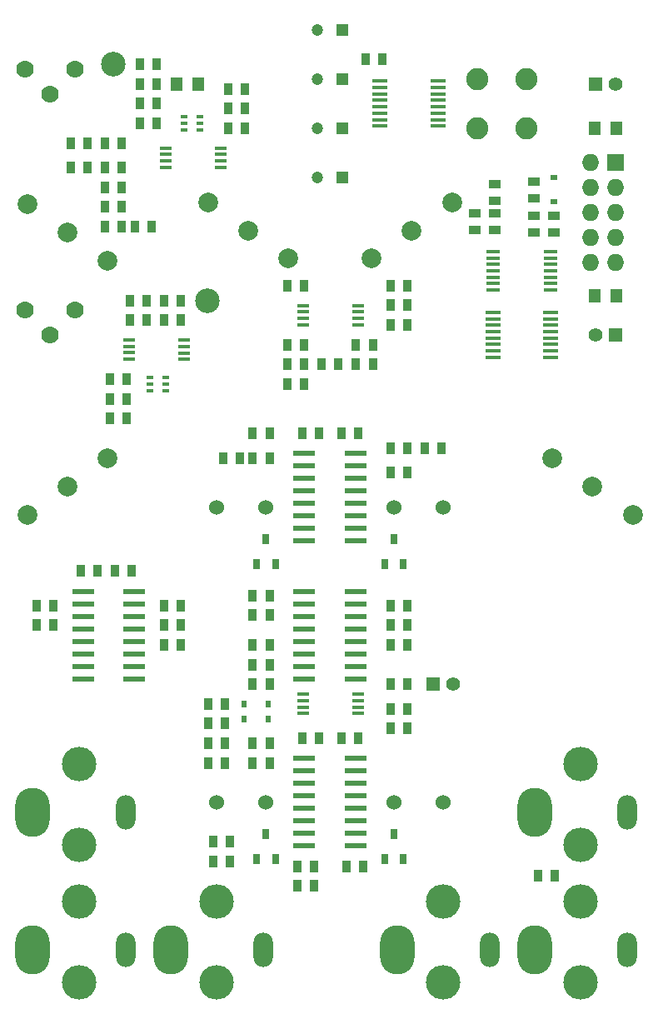
<source format=gbs>
%FSLAX46Y46*%
G04 Gerber Fmt 4.6, Leading zero omitted, Abs format (unit mm)*
G04 Created by KiCad (PCBNEW (2014-09-02 BZR 5112)-product) date 2015-08-10 10:26:44 PM*
%MOMM*%
G01*
G04 APERTURE LIST*
%ADD10C,0.100000*%
%ADD11R,0.812800X1.143000*%
%ADD12R,1.400000X1.400000*%
%ADD13C,1.400000*%
%ADD14R,1.143000X0.812800*%
%ADD15R,1.727200X1.727200*%
%ADD16O,1.727200X1.727200*%
%ADD17R,0.701040X1.000760*%
%ADD18C,2.250000*%
%ADD19C,2.500000*%
%ADD20R,1.500000X0.450000*%
%ADD21R,1.450000X0.450000*%
%ADD22C,1.778000*%
%ADD23C,1.998980*%
%ADD24C,1.524000*%
%ADD25R,0.797560X0.398780*%
%ADD26R,1.300480X0.299720*%
%ADD27R,2.199640X0.599440*%
%ADD28R,1.143000X1.397000*%
%ADD29O,3.500000X5.000000*%
%ADD30O,2.000000X3.500000*%
%ADD31O,3.500000X3.500000*%
%ADD32R,1.200000X1.200000*%
%ADD33C,1.200000*%
%ADD34R,0.609600X0.762000*%
%ADD35R,0.762000X0.609600*%
G04 APERTURE END LIST*
D10*
D11*
X41850900Y-47000000D03*
X40149100Y-47000000D03*
X22149100Y-50500000D03*
X23850900Y-50500000D03*
X52350900Y-41000000D03*
X50649100Y-41000000D03*
X47149100Y-45000000D03*
X48850900Y-45000000D03*
X35850900Y-21000000D03*
X34149100Y-21000000D03*
X32149100Y-83500000D03*
X33850900Y-83500000D03*
X38350900Y-79500000D03*
X36649100Y-79500000D03*
D12*
X55000000Y-79500000D03*
D13*
X57000000Y-79500000D03*
D11*
X52350900Y-84000000D03*
X50649100Y-84000000D03*
D14*
X59250000Y-31649100D03*
X59250000Y-33350900D03*
X67250000Y-31899100D03*
X67250000Y-33600900D03*
D12*
X73500000Y-44000000D03*
D13*
X71500000Y-44000000D03*
D12*
X71500000Y-18500000D03*
D13*
X73500000Y-18500000D03*
D15*
X73500000Y-26500000D03*
D16*
X70960000Y-26500000D03*
X73500000Y-29040000D03*
X70960000Y-29040000D03*
X73500000Y-31580000D03*
X70960000Y-31580000D03*
X73500000Y-34120000D03*
X70960000Y-34120000D03*
X73500000Y-36660000D03*
X70960000Y-36660000D03*
D17*
X51000000Y-64730000D03*
X50047500Y-67270000D03*
X51952500Y-67270000D03*
X38000000Y-64730000D03*
X37047500Y-67270000D03*
X38952500Y-67270000D03*
X38000000Y-94730000D03*
X37047500Y-97270000D03*
X38952500Y-97270000D03*
X51000000Y-94730000D03*
X50047500Y-97270000D03*
X51952500Y-97270000D03*
D11*
X24649100Y-33000000D03*
X26350900Y-33000000D03*
X21649100Y-31000000D03*
X23350900Y-31000000D03*
X21649100Y-29000000D03*
X23350900Y-29000000D03*
X21649100Y-27000000D03*
X23350900Y-27000000D03*
X19850900Y-27000000D03*
X18149100Y-27000000D03*
X19850900Y-24500000D03*
X18149100Y-24500000D03*
X40149100Y-39000000D03*
X41850900Y-39000000D03*
X40149100Y-49000000D03*
X41850900Y-49000000D03*
X27649100Y-42500000D03*
X29350900Y-42500000D03*
X21649100Y-33000000D03*
X23350900Y-33000000D03*
X25850900Y-42500000D03*
X24149100Y-42500000D03*
X27649100Y-40500000D03*
X29350900Y-40500000D03*
X23350900Y-24500000D03*
X21649100Y-24500000D03*
X41850900Y-45000000D03*
X40149100Y-45000000D03*
X25850900Y-40500000D03*
X24149100Y-40500000D03*
X26850900Y-22500000D03*
X25149100Y-22500000D03*
X26850900Y-20500000D03*
X25149100Y-20500000D03*
X45350900Y-47000000D03*
X43649100Y-47000000D03*
X23850900Y-52500000D03*
X22149100Y-52500000D03*
X23850900Y-48500000D03*
X22149100Y-48500000D03*
X48850900Y-47000000D03*
X47149100Y-47000000D03*
X26850900Y-18500000D03*
X25149100Y-18500000D03*
X50649100Y-39000000D03*
X52350900Y-39000000D03*
X26850900Y-16500000D03*
X25149100Y-16500000D03*
X52350900Y-43000000D03*
X50649100Y-43000000D03*
X34149100Y-19000000D03*
X35850900Y-19000000D03*
X34149100Y-23000000D03*
X35850900Y-23000000D03*
X50649100Y-55500000D03*
X52350900Y-55500000D03*
X52350900Y-58000000D03*
X50649100Y-58000000D03*
X24350900Y-68000000D03*
X22649100Y-68000000D03*
X47350900Y-54000000D03*
X45649100Y-54000000D03*
X33649100Y-56500000D03*
X35350900Y-56500000D03*
X27649100Y-71500000D03*
X29350900Y-71500000D03*
X27649100Y-73500000D03*
X29350900Y-73500000D03*
X29350900Y-75500000D03*
X27649100Y-75500000D03*
X38350900Y-56500000D03*
X36649100Y-56500000D03*
X36649100Y-54000000D03*
X38350900Y-54000000D03*
X41649100Y-54000000D03*
X43350900Y-54000000D03*
X38350900Y-70500000D03*
X36649100Y-70500000D03*
X48149100Y-16000000D03*
X49850900Y-16000000D03*
X38350900Y-72500000D03*
X36649100Y-72500000D03*
X55850900Y-55500000D03*
X54149100Y-55500000D03*
X38350900Y-75500000D03*
X36649100Y-75500000D03*
X33850900Y-85500000D03*
X32149100Y-85500000D03*
X36649100Y-77500000D03*
X38350900Y-77500000D03*
X50649100Y-79500000D03*
X52350900Y-79500000D03*
X38350900Y-85500000D03*
X36649100Y-85500000D03*
X32149100Y-81500000D03*
X33850900Y-81500000D03*
X32649100Y-95500000D03*
X34350900Y-95500000D03*
X52350900Y-82000000D03*
X50649100Y-82000000D03*
X36649100Y-87500000D03*
X38350900Y-87500000D03*
X32149100Y-87500000D03*
X33850900Y-87500000D03*
X67350900Y-99000000D03*
X65649100Y-99000000D03*
X19149100Y-68000000D03*
X20850900Y-68000000D03*
X41649100Y-85000000D03*
X43350900Y-85000000D03*
X34350900Y-97500000D03*
X32649100Y-97500000D03*
D14*
X61250000Y-31649100D03*
X61250000Y-33350900D03*
X65250000Y-33600900D03*
X65250000Y-31899100D03*
D11*
X16350900Y-73500000D03*
X14649100Y-73500000D03*
D14*
X65250000Y-30100900D03*
X65250000Y-28399100D03*
D11*
X14649100Y-71500000D03*
X16350900Y-71500000D03*
X42850900Y-98000000D03*
X41149100Y-98000000D03*
D14*
X61250000Y-30350900D03*
X61250000Y-28649100D03*
D11*
X41149100Y-100000000D03*
X42850900Y-100000000D03*
X47350900Y-85000000D03*
X45649100Y-85000000D03*
X46149100Y-98000000D03*
X47850900Y-98000000D03*
X50649100Y-75500000D03*
X52350900Y-75500000D03*
X50649100Y-71500000D03*
X52350900Y-71500000D03*
X50649100Y-73500000D03*
X52350900Y-73500000D03*
D18*
X59500000Y-18000000D03*
X64500000Y-18000000D03*
X64500000Y-23000000D03*
X59500000Y-23000000D03*
D19*
X32000000Y-40500000D03*
X22500000Y-16500000D03*
D20*
X49550000Y-22775000D03*
X49550000Y-22125000D03*
X49550000Y-21475000D03*
X49550000Y-20825000D03*
X49550000Y-20175000D03*
X49550000Y-19525000D03*
X49550000Y-18875000D03*
X49550000Y-18225000D03*
X55450000Y-18225000D03*
X55450000Y-18875000D03*
X55450000Y-19525000D03*
X55450000Y-20175000D03*
X55450000Y-20825000D03*
X55450000Y-21475000D03*
X55450000Y-22125000D03*
X55450000Y-22775000D03*
X66950000Y-41725000D03*
X66950000Y-42375000D03*
X66950000Y-43025000D03*
X66950000Y-43675000D03*
X66950000Y-44325000D03*
X66950000Y-44975000D03*
X66950000Y-45625000D03*
X66950000Y-46275000D03*
X61050000Y-46275000D03*
X61050000Y-45625000D03*
X61050000Y-44975000D03*
X61050000Y-44325000D03*
X61050000Y-43675000D03*
X61050000Y-43025000D03*
X61050000Y-42375000D03*
X61050000Y-41725000D03*
D21*
X66950000Y-35550000D03*
X66950000Y-36200000D03*
X66950000Y-36850000D03*
X66950000Y-37500000D03*
X66950000Y-38150000D03*
X66950000Y-38800000D03*
X66950000Y-39450000D03*
X61050000Y-39450000D03*
X61050000Y-38800000D03*
X61050000Y-38150000D03*
X61050000Y-37500000D03*
X61050000Y-36850000D03*
X61050000Y-36200000D03*
X61050000Y-35550000D03*
D22*
X13460000Y-17000000D03*
X16000000Y-19540000D03*
X18540000Y-17000000D03*
X13460000Y-41500000D03*
X16000000Y-44040000D03*
X18540000Y-41500000D03*
D23*
X17822777Y-33606433D03*
X21918537Y-36474315D03*
X13727017Y-30738551D03*
X36177223Y-33393567D03*
X32081463Y-30525685D03*
X40272983Y-36261449D03*
X17822777Y-59393567D03*
X13727017Y-62261449D03*
X21918537Y-56525685D03*
X71177223Y-59393567D03*
X67081463Y-56525685D03*
X75272983Y-62261449D03*
X52822777Y-33393567D03*
X48727017Y-36261449D03*
X56918537Y-30525685D03*
D24*
X51000000Y-91500000D03*
X56000000Y-91500000D03*
X38000000Y-91500000D03*
X33000000Y-91500000D03*
X38000000Y-61500000D03*
X33000000Y-61500000D03*
X51000000Y-61500000D03*
X56000000Y-61500000D03*
D25*
X27797560Y-48352300D03*
X27797560Y-49000000D03*
X27797560Y-49647700D03*
X26202440Y-49647700D03*
X26202440Y-49000000D03*
X26202440Y-48352300D03*
X29702440Y-23147700D03*
X29702440Y-22500000D03*
X29702440Y-21852300D03*
X31297560Y-21852300D03*
X31297560Y-22500000D03*
X31297560Y-23147700D03*
D26*
X41806000Y-82455400D03*
X41806000Y-81820400D03*
X41806000Y-81160000D03*
X41806000Y-80525000D03*
X47394000Y-80525000D03*
X47394000Y-81172700D03*
X47394000Y-81820400D03*
X47394000Y-82468100D03*
X41806000Y-42955400D03*
X41806000Y-42320400D03*
X41806000Y-41660000D03*
X41806000Y-41025000D03*
X47394000Y-41025000D03*
X47394000Y-41672700D03*
X47394000Y-42320400D03*
X47394000Y-42968100D03*
X29694000Y-44544600D03*
X29694000Y-45179600D03*
X29694000Y-45840000D03*
X29694000Y-46475000D03*
X24106000Y-46475000D03*
X24106000Y-45827300D03*
X24106000Y-45179600D03*
X24106000Y-44531900D03*
X27806000Y-26955400D03*
X27806000Y-26320400D03*
X27806000Y-25660000D03*
X27806000Y-25025000D03*
X33394000Y-25025000D03*
X33394000Y-25672700D03*
X33394000Y-26320400D03*
X33394000Y-26968100D03*
D27*
X47098420Y-56055000D03*
X47098420Y-57325000D03*
X47098420Y-58595000D03*
X47098420Y-59865000D03*
X47098420Y-61135000D03*
X47098420Y-62405000D03*
X47098420Y-63675000D03*
X47098420Y-64945000D03*
X41901580Y-64945000D03*
X41901580Y-63675000D03*
X41901580Y-62405000D03*
X41901580Y-61135000D03*
X41901580Y-59865000D03*
X41901580Y-58595000D03*
X41901580Y-57325000D03*
X41901580Y-56055000D03*
X24598420Y-70055000D03*
X24598420Y-71325000D03*
X24598420Y-72595000D03*
X24598420Y-73865000D03*
X24598420Y-75135000D03*
X24598420Y-76405000D03*
X24598420Y-77675000D03*
X24598420Y-78945000D03*
X19401580Y-78945000D03*
X19401580Y-77675000D03*
X19401580Y-76405000D03*
X19401580Y-75135000D03*
X19401580Y-73865000D03*
X19401580Y-72595000D03*
X19401580Y-71325000D03*
X19401580Y-70055000D03*
X47098420Y-87055000D03*
X47098420Y-88325000D03*
X47098420Y-89595000D03*
X47098420Y-90865000D03*
X47098420Y-92135000D03*
X47098420Y-93405000D03*
X47098420Y-94675000D03*
X47098420Y-95945000D03*
X41901580Y-95945000D03*
X41901580Y-94675000D03*
X41901580Y-93405000D03*
X41901580Y-92135000D03*
X41901580Y-90865000D03*
X41901580Y-89595000D03*
X41901580Y-88325000D03*
X41901580Y-87055000D03*
X41901580Y-78945000D03*
X41901580Y-77675000D03*
X41901580Y-76405000D03*
X41901580Y-75135000D03*
X41901580Y-73865000D03*
X41901580Y-72595000D03*
X41901580Y-71325000D03*
X41901580Y-70055000D03*
X47098420Y-70055000D03*
X47098420Y-71325000D03*
X47098420Y-72595000D03*
X47098420Y-73865000D03*
X47098420Y-75135000D03*
X47098420Y-76405000D03*
X47098420Y-77675000D03*
X47098420Y-78945000D03*
D28*
X28920500Y-18500000D03*
X31079500Y-18500000D03*
X73579500Y-23000000D03*
X71420500Y-23000000D03*
X73579500Y-40000000D03*
X71420500Y-40000000D03*
D29*
X65300000Y-106500000D03*
D30*
X74700000Y-106500000D03*
D31*
X70000000Y-101600000D03*
X70000000Y-109800000D03*
D29*
X28300000Y-106500000D03*
D30*
X37700000Y-106500000D03*
D31*
X33000000Y-101600000D03*
X33000000Y-109800000D03*
D29*
X51300000Y-106500000D03*
D30*
X60700000Y-106500000D03*
D31*
X56000000Y-101600000D03*
X56000000Y-109800000D03*
D29*
X65300000Y-92500000D03*
D30*
X74700000Y-92500000D03*
D31*
X70000000Y-87600000D03*
X70000000Y-95800000D03*
D29*
X14300000Y-92500000D03*
D30*
X23700000Y-92500000D03*
D31*
X19000000Y-87600000D03*
X19000000Y-95800000D03*
D29*
X14300000Y-106500000D03*
D30*
X23700000Y-106500000D03*
D31*
X19000000Y-101600000D03*
X19000000Y-109800000D03*
D32*
X45770000Y-13000000D03*
D33*
X43230000Y-13000000D03*
D32*
X45770000Y-18000000D03*
D33*
X43230000Y-18000000D03*
D32*
X45770000Y-23000000D03*
D33*
X43230000Y-23000000D03*
D32*
X45770000Y-28000000D03*
D33*
X43230000Y-28000000D03*
D34*
X35755400Y-81500000D03*
X38244600Y-81500000D03*
X38244600Y-83000000D03*
X35755400Y-83000000D03*
D35*
X67250000Y-30494600D03*
X67250000Y-28005400D03*
M02*

</source>
